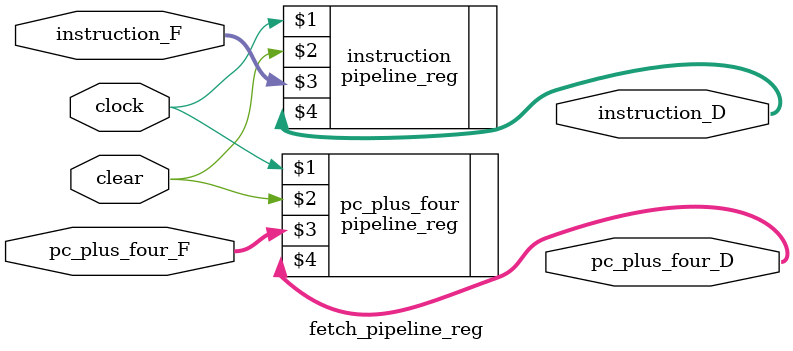
<source format=v>


`ifndef FETCH_PIPELINE_REG
`define FETCH_PIPELINE_REG

`include "register/pipeline_reg.v"

module fetch_pipeline_reg(clock, clear, pc_plus_four_F, instruction_F, pc_plus_four_D, instruction_D);
	input wire clock;
	input wire clear;
	input wire [31:0] pc_plus_four_F;
	input wire [31:0] instruction_F;

	output wire [31:0] pc_plus_four_D;
	output wire [31:0] instruction_D;

	pipeline_reg pc_plus_four(clock, clear, pc_plus_four_F, pc_plus_four_D);
	pipeline_reg instruction(clock, clear, instruction_F, instruction_D);

endmodule

`endif



</source>
